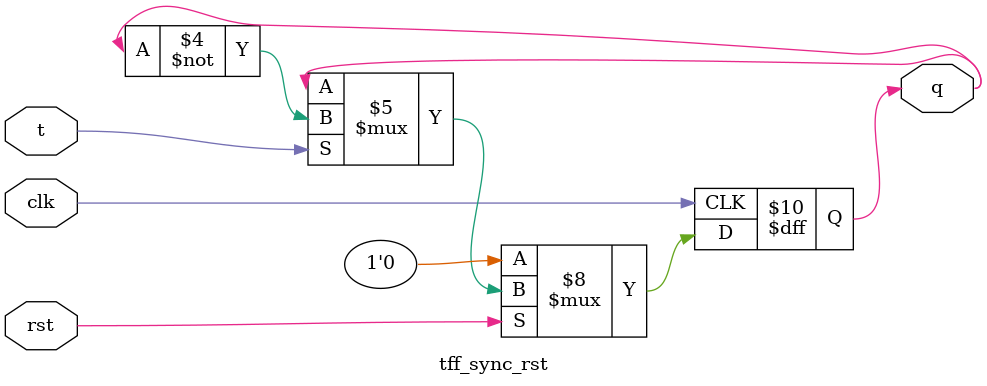
<source format=v>
module tff_sync_rst(clk, rst, t, q);
    input clk;
    input rst;
    input t;
    output reg q;

    always @(posedge clk) begin
        if(!rst) q <= 1'b0;
        else if (t == 1'b1) q <= ~q;
    end
endmodule
</source>
